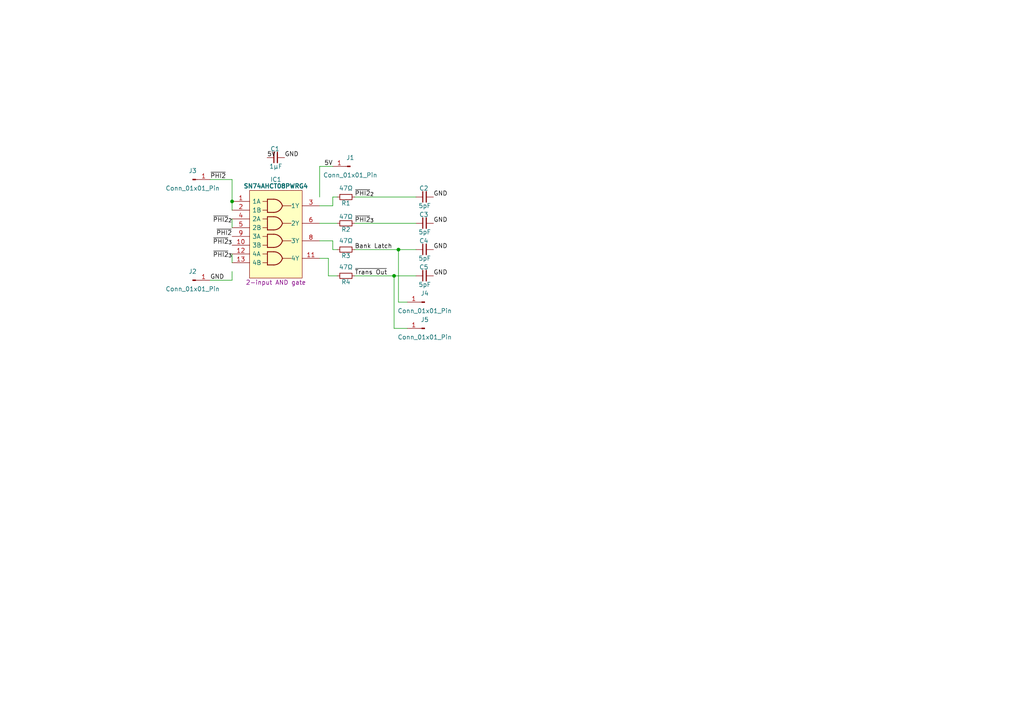
<source format=kicad_sch>
(kicad_sch (version 20230121) (generator eeschema)
  (paper "A4")
  (lib_symbols
    (symbol "Connector:Conn_01x01_Pin" (pin_names (offset 1.016) hide)
      (property "Reference" "J" (at 0 2.54 0))
      (property "Value" "Conn_01x01_Pin" (at 0 -2.54 0))
      (symbol "Conn_01x01_Pin_1_1"
        (polyline (pts (xy 1.27 0) (xy 0.8636 0)) (stroke (width 0.1524)))
        (rectangle (start 0.8636 0.127) (end 0 -0.127) (stroke (width 0.1524)) (fill (type outline)))
        (pin passive line (at 5.08 0 180) (length 3.81) (name "Pin_1") (number "1"))
      )
    )
    (symbol "HCP65:C_0805" (pin_numbers hide) (pin_names (offset 0.254) hide)
      (property "Reference" "C" (at 2.286 2.54 0))
      (property "Value" "?μF" (at 2.54 -2.54 0))
      (symbol "C_0805_0_1"
        (polyline (pts (xy 1.9685 -1.4605) (xy 1.9685 1.5875)) (stroke (width 0.3048)))
        (polyline (pts (xy 2.9845 -1.4605) (xy 2.9845 1.5875)) (stroke (width 0.3302)))
      )
      (symbol "C_0805_1_1"
        (pin passive line (at 0 0 0) (length 2.032) (name "~") (number "1"))
        (pin passive line (at 5.08 0 180) (length 2.032) (name "~") (number "2"))
      )
    )
    (symbol "HCP65:R_0805" (pin_numbers hide) (pin_names hide)
      (property "Reference" "R" (at 2.54 1.778 0))
      (property "Value" "?Ω" (at 2.54 -1.905 0))
      (symbol "R_0805_0_1"
        (rectangle (start 0.762 0.762) (end 4.318 -0.762) (stroke (width 0.2032)))
      )
      (symbol "R_0805_1_1"
        (pin passive line (at 0 0 0) (length 0.72) (name "~") (number "1"))
        (pin passive line (at 5.08 0 180) (length 0.72) (name "~") (number "2"))
      )
    )
    (symbol "Texas_Instruments:SN74AHCT08PWRG4" (pin_names (offset 0.762))
      (property "Reference" "IC" (at 12.7 6.35 0))
      (property "Value" "SN74AHCT08PWRG4" (at 12.7 4.445 0))
      (property "Description" "2-input AND gate" (at 12.7 -23.495 0))
      (symbol "SN74AHCT08PWRG4_0_0"
        (pin input line (at 0 0 0) (length 5.08) (name "1A") (number "1"))
        (pin input line (at 0 -12.7 0) (length 5.08) (name "3B") (number "10"))
        (pin output line (at 25.4 -16.51 180) (length 5.08) (name "4Y") (number "11"))
        (pin input line (at 0 -15.24 0) (length 5.08) (name "4A") (number "12"))
        (pin input line (at 0 -17.78 0) (length 5.08) (name "4B") (number "13"))
        (pin passive line (at 25.4 1.27 180) (length 5.08) hide (name "3V") (number "14"))
        (pin input line (at 0 -2.54 0) (length 5.08) (name "1B") (number "2"))
        (pin passive line (at 25.4 -1.27 180) (length 5.08) (name "1Y") (number "3"))
        (pin input line (at 0 -5.08 0) (length 5.08) (name "2A") (number "4"))
        (pin input line (at 0 -7.62 0) (length 5.08) (name "2B") (number "5"))
        (pin output line (at 25.4 -6.35 180) (length 5.08) (name "2Y") (number "6"))
        (pin passive line (at 0 -20.32 0) (length 5.08) hide (name "GND") (number "7"))
        (pin output line (at 25.4 -11.43 180) (length 5.08) (name "3Y") (number "8"))
        (pin input line (at 0 -10.16 0) (length 5.08) (name "3A") (number "9"))
      )
      (symbol "SN74AHCT08PWRG4_0_1"
        (polyline (pts (xy 8.89 -17.78) (xy 10.1599 -17.78)))
        (polyline (pts (xy 8.89 -15.24) (xy 10.1599 -15.24)))
        (polyline (pts (xy 8.89 -12.7) (xy 10.1599 -12.7)))
        (polyline (pts (xy 8.89 -10.16) (xy 10.1599 -10.16)))
        (polyline (pts (xy 8.89 -7.62) (xy 10.1599 -7.62)))
        (polyline (pts (xy 8.89 -5.08) (xy 10.1599 -5.08)))
        (polyline (pts (xy 8.89 -2.54) (xy 10.1599 -2.54)))
        (polyline (pts (xy 8.89 0) (xy 10.1599 0)))
        (polyline (pts (xy 10.248 -14.605) (xy 10.248 -18.415)) (stroke (width 0.254)) (fill (type background)))
        (polyline (pts (xy 10.248 -9.525) (xy 10.248 -13.335)) (stroke (width 0.254)) (fill (type background)))
        (polyline (pts (xy 10.248 -4.445) (xy 10.248 -8.255)) (stroke (width 0.254)) (fill (type background)))
        (polyline (pts (xy 10.248 0.635) (xy 10.248 -3.175)) (stroke (width 0.254)) (fill (type background)))
        (polyline (pts (xy 12.065 -18.415) (xy 10.248 -18.415)) (stroke (width 0.254)) (fill (type background)))
        (polyline (pts (xy 12.065 -14.605) (xy 10.248 -14.605)) (stroke (width 0.254)) (fill (type background)))
        (polyline (pts (xy 12.065 -13.335) (xy 10.248 -13.335)) (stroke (width 0.254)) (fill (type background)))
        (polyline (pts (xy 12.065 -9.525) (xy 10.248 -9.525)) (stroke (width 0.254)) (fill (type background)))
        (polyline (pts (xy 12.065 -8.255) (xy 10.248 -8.255)) (stroke (width 0.254)) (fill (type background)))
        (polyline (pts (xy 12.065 -4.445) (xy 10.248 -4.445)) (stroke (width 0.254)) (fill (type background)))
        (polyline (pts (xy 12.065 -3.175) (xy 10.248 -3.175)) (stroke (width 0.254)) (fill (type background)))
        (polyline (pts (xy 12.065 0.635) (xy 10.248 0.635)) (stroke (width 0.254)) (fill (type background)))
        (polyline (pts (xy 14.605 -16.51) (xy 17.145 -16.51)))
        (polyline (pts (xy 14.605 -11.43) (xy 17.145 -11.43)))
        (polyline (pts (xy 14.605 -6.35) (xy 17.145 -6.35)))
        (polyline (pts (xy 14.605 -1.27) (xy 17.145 -1.27)))
        (polyline (pts (xy 5.08 3.175) (xy 20.32 3.175) (xy 20.32 -22.225) (xy 5.08 -22.225) (xy 5.08 3.175)) (stroke (width 0.1524)) (fill (type background)))
        (arc (start 12.065 -18.415) (mid 13.6634 -17.9004) (end 14.605 -16.51) (stroke (width 0.254)))
        (arc (start 12.065 -13.335) (mid 13.6634 -12.8204) (end 14.605 -11.43) (stroke (width 0.254)))
        (arc (start 12.065 -8.255) (mid 13.6634 -7.7404) (end 14.605 -6.35) (stroke (width 0.254)))
        (arc (start 12.065 -3.175) (mid 13.6634 -2.6604) (end 14.605 -1.27) (stroke (width 0.254)))
        (arc (start 14.605 -16.51) (mid 13.6646 -15.118) (end 12.065 -14.605) (stroke (width 0.254)))
        (arc (start 14.605 -11.43) (mid 13.6646 -10.038) (end 12.065 -9.525) (stroke (width 0.254)))
        (arc (start 14.605 -6.35) (mid 13.6646 -4.958) (end 12.065 -4.445) (stroke (width 0.254)))
        (arc (start 14.605 -1.27) (mid 13.6646 0.122) (end 12.065 0.635) (stroke (width 0.254)))
      )
    )
  )
  (junction (at 114.3 80.01))
  (junction (at 115.57 72.39))
  (junction (at 67.31 58.42))
  (wire (pts (xy 67.31 73.66) (xy 67.31 76.2)))
  (wire (pts (xy 118.11 87.63) (xy 115.57 87.63)))
  (wire (pts (xy 96.52 57.15) (xy 96.52 59.69)))
  (wire (pts (xy 92.71 69.85) (xy 96.52 69.85)))
  (wire (pts (xy 67.31 58.42) (xy 67.31 52.07)))
  (wire (pts (xy 102.87 64.77) (xy 120.65 64.77)))
  (wire (pts (xy 92.71 64.77) (xy 97.79 64.77)))
  (wire (pts (xy 96.52 59.69) (xy 92.71 59.69)))
  (wire (pts (xy 114.3 80.01) (xy 120.65 80.01)))
  (wire (pts (xy 115.57 87.63) (xy 115.57 72.39)))
  (wire (pts (xy 92.71 48.26) (xy 92.71 57.15)))
  (wire (pts (xy 102.87 80.01) (xy 114.3 80.01)))
  (wire (pts (xy 96.52 48.26) (xy 92.71 48.26)))
  (wire (pts (xy 67.31 52.07) (xy 60.96 52.07)))
  (wire (pts (xy 96.52 72.39) (xy 97.79 72.39)))
  (wire (pts (xy 102.87 72.39) (xy 115.57 72.39)))
  (wire (pts (xy 92.71 74.93) (xy 95.25 74.93)))
  (wire (pts (xy 118.11 95.25) (xy 114.3 95.25)))
  (wire (pts (xy 67.31 63.5) (xy 67.31 66.04)))
  (wire (pts (xy 95.25 74.93) (xy 95.25 80.01)))
  (wire (pts (xy 115.57 72.39) (xy 120.65 72.39)))
  (wire (pts (xy 114.3 95.25) (xy 114.3 80.01)))
  (wire (pts (xy 96.52 69.85) (xy 96.52 72.39)))
  (wire (pts (xy 67.31 60.96) (xy 67.31 58.42)))
  (wire (pts (xy 95.25 80.01) (xy 97.79 80.01)))
  (wire (pts (xy 60.96 81.28) (xy 67.31 81.28)))
  (wire (pts (xy 102.87 57.15) (xy 120.65 57.15)))
  (wire (pts (xy 67.31 81.28) (xy 67.31 78.74)))
  (wire (pts (xy 96.52 57.15) (xy 97.79 57.15)))
  (label "Bank Latch" (at 102.87 72.39 0))
  (label "~{Trans Out}" (at 102.87 80.01 0))
  (label "GND" (at 125.73 72.39 0))
  (label "~{PHI2}" (at 60.96 52.07 0))
  (label "~{PHI2}_{2}" (at 102.87 57.15 0))
  (label "~{PHI2}_{3}" (at 67.31 74.93 180))
  (label "GND" (at 125.73 64.77 0))
  (label "~{PHI2}_{3}" (at 67.31 71.12 180))
  (label "GND" (at 125.73 57.15 0))
  (label "5V" (at 77.47 45.72 0))
  (label "GND" (at 60.96 81.28 0))
  (label "5V" (at 96.52 48.26 180))
  (label "GND" (at 82.55 45.72 0))
  (label "GND" (at 125.73 80.01 0))
  (label "~{PHI2}_{3}" (at 102.87 64.77 0))
  (label "~{PHI2}_{2}" (at 67.31 64.77 180))
  (label "~{PHI2}" (at 67.31 68.58 180))
  (symbol (lib_id "Connector:Conn_01x01_Pin") (at 123.19 87.63 0) (mirror y) (unit 1)
    (property "Reference" "J4" (at 123.19 85.09 0))
    (property "Value" "Conn_01x01_Pin" (at 123.19 90.17 0))
    (property "Footprint" "SamacSys_Parts:Plated_Hole_D1.0mm" (effects hide))
  )
  (symbol (lib_id "HCP65:C_0805") (at 120.65 57.15 0) (unit 1)
    (property "Reference" "C2" (at 122.936 54.61 0))
    (property "Value" "5pF" (at 123.19 59.69 0))
    (property "Footprint" "SamacSys_Parts:C_0805" (effects hide))
  )
  (symbol (lib_id "HCP65:C_0805") (at 120.65 64.77 0) (unit 1)
    (property "Reference" "C3" (at 122.936 62.23 0))
    (property "Value" "5pF" (at 123.19 67.31 0))
    (property "Footprint" "SamacSys_Parts:C_0805" (effects hide))
  )
  (symbol (lib_id "HCP65:R_0805") (at 102.87 72.39 180) (unit 1)
    (property "Reference" "R3" (at 100.33 74.168 0))
    (property "Value" "47Ω" (at 100.33 69.85 0))
    (property "Footprint" "SamacSys_Parts:R_0805" (effects hide))
  )
  (symbol (lib_id "Connector:Conn_01x01_Pin") (at 101.6 48.26 0) (mirror y) (unit 1)
    (property "Reference" "J1" (at 101.6 45.72 0))
    (property "Value" "Conn_01x01_Pin" (at 101.6 50.8 0))
    (property "Footprint" "SamacSys_Parts:Plated_Hole_D1.0mm" (effects hide))
  )
  (symbol (lib_id "HCP65:R_0805") (at 102.87 80.01 180) (unit 1)
    (property "Reference" "R4" (at 100.33 81.788 0))
    (property "Value" "47Ω" (at 100.33 77.47 0))
    (property "Footprint" "SamacSys_Parts:R_0805" (effects hide))
  )
  (symbol (lib_id "Connector:Conn_01x01_Pin") (at 123.19 95.25 0) (mirror y) (unit 1)
    (property "Reference" "J5" (at 123.19 92.71 0))
    (property "Value" "Conn_01x01_Pin" (at 123.19 97.79 0))
    (property "Footprint" "SamacSys_Parts:Plated_Hole_D1.0mm" (effects hide))
  )
  (symbol (lib_id "Connector:Conn_01x01_Pin") (at 55.88 52.07 0) (unit 1)
    (property "Reference" "J3" (at 55.88 49.53 0))
    (property "Value" "Conn_01x01_Pin" (at 55.88 54.61 0))
    (property "Footprint" "SamacSys_Parts:Plated_Hole_D1.0mm" (effects hide))
  )
  (symbol (lib_id "Connector:Conn_01x01_Pin") (at 55.88 81.28 0) (unit 1)
    (property "Reference" "J2" (at 55.88 78.74 0))
    (property "Value" "Conn_01x01_Pin" (at 55.88 83.82 0))
    (property "Footprint" "SamacSys_Parts:Plated_Hole_D1.0mm" (effects hide))
  )
  (symbol (lib_id "HCP65:C_0805") (at 77.47 45.72 0) (unit 1)
    (property "Reference" "C1" (at 79.756 43.18 0))
    (property "Value" "1μF" (at 80.01 48.26 0))
    (property "Footprint" "SamacSys_Parts:C_0805" (effects hide))
  )
  (symbol (lib_id "HCP65:C_0805") (at 120.65 72.39 0) (unit 1)
    (property "Reference" "C4" (at 122.936 69.85 0))
    (property "Value" "5pF" (at 123.19 74.93 0))
    (property "Footprint" "SamacSys_Parts:C_0805" (effects hide))
  )
  (symbol (lib_id "HCP65:C_0805") (at 120.65 80.01 0) (unit 1)
    (property "Reference" "C5" (at 122.936 77.47 0))
    (property "Value" "5pF" (at 123.19 82.55 0))
    (property "Footprint" "SamacSys_Parts:C_0805" (effects hide))
  )
  (symbol (lib_id "HCP65:R_0805") (at 102.87 57.15 180) (unit 1)
    (property "Reference" "R1" (at 100.33 58.928 0))
    (property "Value" "47Ω" (at 100.33 54.61 0))
    (property "Footprint" "SamacSys_Parts:R_0805" (effects hide))
  )
  (symbol (lib_id "HCP65:R_0805") (at 102.87 64.77 180) (unit 1)
    (property "Reference" "R2" (at 100.33 66.548 0))
    (property "Value" "47Ω" (at 100.33 62.865 0))
    (property "Footprint" "SamacSys_Parts:R_0805" (effects hide))
  )
  (symbol (lib_id "Texas_Instruments:SN74AHCT08PWRG4") (at 67.31 58.42 0) (unit 1)
    (property "Reference" "IC1" (at 80.01 52.07 0))
    (property "Value" "SN74AHCT08PWRG4" (at 80.01 53.975 0) (effects (font bold)))
    (property "Footprint" "SOP65P640X120-14N" (effects hide))
    (property "Datasheet" "https://www.ti.com/lit/ds/scls237n/scls237n.pdf" (effects hide))
    (property "Description" "2-input AND gate" (at 80.01 81.915 0))
    (property "Height" "1.2" (effects hide))
    (property "Manufacturer_Name" "Texas Instruments" (effects hide))
    (property "Manufacturer_Part_Number" "SN74AHCT08PWRG4" (effects hide))
    (property "Mouser Part Number" "595-SN74AHCT08PWRG4" (effects hide))
    (property "Mouser Price/Stock" "https://www.mouser.com/Search/Refine.aspx?Keyword=595-SN74AHCT08PWRG4" (effects hide))
    (property "Silkscreen" "74AHCT08" (effects hide))
  )
)
</source>
